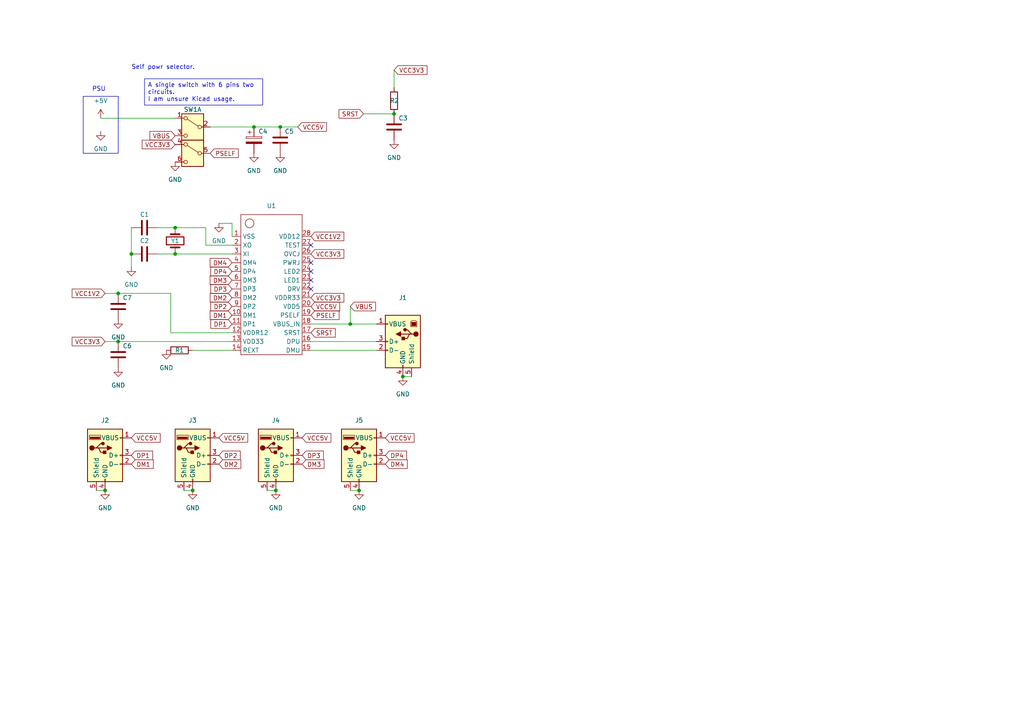
<source format=kicad_sch>
(kicad_sch (version 20230121) (generator eeschema)
  (paper "A4")
  (lib_symbols
    (symbol "Connector:USB_A" (pin_names (offset 1.016))
      (property "Reference" "J" (at -5.08 11.43 0))
      (property "Value" "USB_A" (at -5.08 8.89 0))
      (symbol "USB_A_0_1"
        (rectangle (start -5.08 -7.62) (end 5.08 7.62) (stroke (width 0.254)) (fill (type background)))
        (circle (center -3.81 2.159) (radius 0.635) (stroke (width 0.254)) (fill (type outline)))
        (rectangle (start -1.524 4.826) (end -4.318 5.334) (fill (type outline)))
        (rectangle (start -1.27 4.572) (end -4.572 5.842))
        (circle (center -0.635 3.429) (radius 0.381) (stroke (width 0.254)) (fill (type outline)))
        (rectangle (start -0.127 -7.62) (end 0.127 -6.858))
        (polyline (pts (xy -3.175 2.159) (xy -2.54 2.159) (xy -1.27 3.429) (xy -0.635 3.429)) (stroke (width 0.254)))
        (polyline (pts (xy -2.54 2.159) (xy -1.905 2.159) (xy -1.27 0.889) (xy 0 0.889)) (stroke (width 0.254)))
        (polyline (pts (xy 0.635 2.794) (xy 0.635 1.524) (xy 1.905 2.159) (xy 0.635 2.794)) (stroke (width 0.254)) (fill (type outline)))
        (rectangle (start 0.254 1.27) (end -0.508 0.508) (stroke (width 0.254)) (fill (type outline)))
        (rectangle (start 5.08 -2.667) (end 4.318 -2.413))
        (rectangle (start 5.08 -0.127) (end 4.318 0.127))
        (rectangle (start 5.08 4.953) (end 4.318 5.207))
      )
      (symbol "USB_A_1_1"
        (polyline (pts (xy -1.905 2.159) (xy 0.635 2.159)) (stroke (width 0.254)))
        (pin power_in line (at 7.62 5.08 180) (length 2.54) (name "VBUS") (number "1"))
        (pin bidirectional line (at 7.62 -2.54 180) (length 2.54) (name "D-") (number "2"))
        (pin bidirectional line (at 7.62 0 180) (length 2.54) (name "D+") (number "3"))
        (pin power_in line (at 0 -10.16 90) (length 2.54) (name "GND") (number "4"))
        (pin passive line (at -2.54 -10.16 90) (length 2.54) (name "Shield") (number "5"))
      )
    )
    (symbol "Connector:USB_B" (pin_names (offset 1.016))
      (property "Reference" "J" (at -5.08 11.43 0))
      (property "Value" "USB_B" (at -5.08 8.89 0))
      (symbol "USB_B_0_1"
        (rectangle (start -5.08 -7.62) (end 5.08 7.62) (stroke (width 0.254)) (fill (type background)))
        (circle (center -3.81 2.159) (radius 0.635) (stroke (width 0.254)) (fill (type outline)))
        (rectangle (start -3.81 5.588) (end -2.54 4.572) (fill (type outline)))
        (circle (center -0.635 3.429) (radius 0.381) (stroke (width 0.254)) (fill (type outline)))
        (rectangle (start -0.127 -7.62) (end 0.127 -6.858))
        (polyline (pts (xy -1.905 2.159) (xy 0.635 2.159)) (stroke (width 0.254)))
        (polyline (pts (xy -3.175 2.159) (xy -2.54 2.159) (xy -1.27 3.429) (xy -0.635 3.429)) (stroke (width 0.254)))
        (polyline (pts (xy -2.54 2.159) (xy -1.905 2.159) (xy -1.27 0.889) (xy 0 0.889)) (stroke (width 0.254)))
        (polyline (pts (xy 0.635 2.794) (xy 0.635 1.524) (xy 1.905 2.159) (xy 0.635 2.794)) (stroke (width 0.254)) (fill (type outline)))
        (polyline (pts (xy -4.064 4.318) (xy -2.286 4.318) (xy -2.286 5.715) (xy -2.667 6.096) (xy -3.683 6.096) (xy -4.064 5.715) (xy -4.064 4.318)))
        (rectangle (start 0.254 1.27) (end -0.508 0.508) (stroke (width 0.254)) (fill (type outline)))
        (rectangle (start 5.08 -2.667) (end 4.318 -2.413))
        (rectangle (start 5.08 -0.127) (end 4.318 0.127))
        (rectangle (start 5.08 4.953) (end 4.318 5.207))
      )
      (symbol "USB_B_1_1"
        (pin power_out line (at 7.62 5.08 180) (length 2.54) (name "VBUS") (number "1"))
        (pin bidirectional line (at 7.62 -2.54 180) (length 2.54) (name "D-") (number "2"))
        (pin bidirectional line (at 7.62 0 180) (length 2.54) (name "D+") (number "3"))
        (pin power_out line (at 0 -10.16 90) (length 2.54) (name "GND") (number "4"))
        (pin passive line (at -2.54 -10.16 90) (length 2.54) (name "Shield") (number "5"))
      )
    )
    (symbol "Device:C" (pin_numbers hide) (pin_names (offset 0.254))
      (property "Reference" "C" (at 0.635 2.54 0))
      (property "Value" "C" (at 0.635 -2.54 0))
      (symbol "C_0_1"
        (polyline (pts (xy -2.032 -0.762) (xy 2.032 -0.762)) (stroke (width 0.508)))
        (polyline (pts (xy -2.032 0.762) (xy 2.032 0.762)) (stroke (width 0.508)))
      )
      (symbol "C_1_1"
        (pin passive line (at 0 3.81 270) (length 2.794) (name "~") (number "1"))
        (pin passive line (at 0 -3.81 90) (length 2.794) (name "~") (number "2"))
      )
    )
    (symbol "Device:C_Polarized" (pin_numbers hide) (pin_names (offset 0.254))
      (property "Reference" "C" (at 0.635 2.54 0))
      (property "Value" "C_Polarized" (at 0.635 -2.54 0))
      (symbol "C_Polarized_0_1"
        (rectangle (start -2.286 0.508) (end 2.286 1.016))
        (polyline (pts (xy -1.778 2.286) (xy -0.762 2.286)))
        (polyline (pts (xy -1.27 2.794) (xy -1.27 1.778)))
        (rectangle (start 2.286 -0.508) (end -2.286 -1.016) (fill (type outline)))
      )
      (symbol "C_Polarized_1_1"
        (pin passive line (at 0 3.81 270) (length 2.794) (name "~") (number "1"))
        (pin passive line (at 0 -3.81 90) (length 2.794) (name "~") (number "2"))
      )
    )
    (symbol "Device:Crystal" (pin_numbers hide) (pin_names (offset 1.016) hide)
      (property "Reference" "Y" (at 0 3.81 0))
      (property "Value" "Crystal" (at 0 -3.81 0))
      (symbol "Crystal_0_1"
        (rectangle (start -1.143 2.54) (end 1.143 -2.54) (stroke (width 0.3048)))
        (polyline (pts (xy -2.54 0) (xy -1.905 0)))
        (polyline (pts (xy -1.905 -1.27) (xy -1.905 1.27)) (stroke (width 0.508)))
        (polyline (pts (xy 1.905 -1.27) (xy 1.905 1.27)) (stroke (width 0.508)))
        (polyline (pts (xy 2.54 0) (xy 1.905 0)))
      )
      (symbol "Crystal_1_1"
        (pin passive line (at -3.81 0 0) (length 1.27) (name "1") (number "1"))
        (pin passive line (at 3.81 0 180) (length 1.27) (name "2") (number "2"))
      )
    )
    (symbol "Device:R" (pin_numbers hide) (pin_names (offset 0))
      (property "Reference" "R" (at 2.032 0 90))
      (property "Value" "R" (at 0 0 90))
      (symbol "R_0_1"
        (rectangle (start -1.016 -2.54) (end 1.016 2.54) (stroke (width 0.254)))
      )
      (symbol "R_1_1"
        (pin passive line (at 0 3.81 270) (length 1.27) (name "~") (number "1"))
        (pin passive line (at 0 -3.81 90) (length 1.27) (name "~") (number "2"))
      )
    )
    (symbol "Ore:MA8601"
      (property "Reference" "U" (at 0 0 0))
      (symbol "MA8601_0_1"
        (rectangle (start -8.89 44.45) (end 8.89 3.81))
        (circle (center -6.35 41.91) (radius 1.27))
      )
      (symbol "MA8601_1_1"
        (pin power_in line (at -11.43 38.1 0) (length 2.54) (name "VSS") (number "1"))
        (pin input line (at -11.43 15.24 0) (length 2.54) (name "DM1") (number "10"))
        (pin output line (at -11.43 12.7 0) (length 2.54) (name "DP1") (number "11"))
        (pin power_out line (at -11.43 10.16 0) (length 2.54) (name "VDDR12") (number "12"))
        (pin power_out line (at -11.43 7.62 0) (length 2.54) (name "VDD33") (number "13"))
        (pin input line (at -11.43 5.08 0) (length 2.54) (name "REXT") (number "14"))
        (pin input line (at 11.43 5.08 180) (length 2.54) (name "DMU") (number "15"))
        (pin output line (at 11.43 7.62 180) (length 2.54) (name "DPU") (number "16"))
        (pin input line (at 11.43 10.16 180) (length 2.54) (name "SRST") (number "17"))
        (pin input line (at 11.43 12.7 180) (length 2.54) (name "VBUS_IN") (number "18"))
        (pin bidirectional line (at 11.43 15.24 180) (length 2.54) (name "PSELF") (number "19"))
        (pin output line (at -11.43 35.56 0) (length 2.54) (name "XO") (number "2"))
        (pin power_in line (at 11.43 17.78 180) (length 2.54) (name "VDD5") (number "20"))
        (pin power_out line (at 11.43 20.32 180) (length 2.54) (name "VDDR33") (number "21"))
        (pin bidirectional line (at 11.43 22.86 180) (length 2.54) (name "DRV") (number "22"))
        (pin bidirectional line (at 11.43 25.4 180) (length 2.54) (name "LED1") (number "23"))
        (pin bidirectional line (at 11.43 27.94 180) (length 2.54) (name "LED2") (number "24"))
        (pin bidirectional line (at 11.43 30.48 180) (length 2.54) (name "PWRJ") (number "25"))
        (pin bidirectional line (at 11.43 33.02 180) (length 2.54) (name "OVCJ") (number "26"))
        (pin bidirectional line (at 11.43 35.56 180) (length 2.54) (name "TEST") (number "27"))
        (pin power_in line (at 11.43 38.1 180) (length 2.54) (name "VDD12") (number "28"))
        (pin input line (at -11.43 33.02 0) (length 2.54) (name "XI") (number "3"))
        (pin input line (at -11.43 30.48 0) (length 2.54) (name "DM4") (number "4"))
        (pin output line (at -11.43 27.94 0) (length 2.54) (name "DP4") (number "5"))
        (pin input line (at -11.43 25.4 0) (length 2.54) (name "DM3") (number "6"))
        (pin output line (at -11.43 22.86 0) (length 2.54) (name "DP3") (number "7"))
        (pin input line (at -11.43 20.32 0) (length 2.54) (name "DM2") (number "8"))
        (pin output line (at -11.43 17.78 0) (length 2.54) (name "DP2") (number "9"))
      )
    )
    (symbol "Switch:SW_DPDT_x2" (pin_names (offset 0) hide)
      (property "Reference" "SW" (at 0 5.08 0))
      (property "Value" "SW_DPDT_x2" (at 0 -5.08 0))
      (symbol "SW_DPDT_x2_0_0"
        (circle (center -2.032 0) (radius 0.508))
        (circle (center 2.032 -2.54) (radius 0.508))
      )
      (symbol "SW_DPDT_x2_0_1"
        (rectangle (start -3.175 3.81) (end 3.175 -3.81) (stroke (width 0.254)) (fill (type background)))
        (polyline (pts (xy -1.524 0.254) (xy 1.5748 2.286)))
        (circle (center 2.032 2.54) (radius 0.508))
      )
      (symbol "SW_DPDT_x2_1_1"
        (pin passive line (at 5.08 2.54 180) (length 2.54) (name "A") (number "1"))
        (pin passive line (at -5.08 0 0) (length 2.54) (name "B") (number "2"))
        (pin passive line (at 5.08 -2.54 180) (length 2.54) (name "C") (number "3"))
      )
      (symbol "SW_DPDT_x2_2_1"
        (pin passive line (at 5.08 2.54 180) (length 2.54) (name "A") (number "4"))
        (pin passive line (at -5.08 0 0) (length 2.54) (name "B") (number "5"))
        (pin passive line (at 5.08 -2.54 180) (length 2.54) (name "C") (number "6"))
      )
    )
    (symbol "power:+5V" (power) (pin_names (offset 0))
      (property "Value" "+5V" (at 0 3.556 0))
      (symbol "+5V_0_1"
        (polyline (pts (xy -0.762 1.27) (xy 0 2.54)))
        (polyline (pts (xy 0 0) (xy 0 2.54)))
        (polyline (pts (xy 0 2.54) (xy 0.762 1.27)))
      )
      (symbol "+5V_1_1"
        (pin power_in line (at 0 0 90) (length 0) hide (name "+5V") (number "1"))
      )
    )
    (symbol "power:GND" (power) (pin_names (offset 0))
      (property "Value" "GND" (at 0 -3.81 0))
      (symbol "GND_0_1"
        (polyline (pts (xy 0 0) (xy 0 -1.27) (xy 1.27 -1.27) (xy 0 -2.54) (xy -1.27 -1.27) (xy 0 -1.27)))
      )
      (symbol "GND_1_1"
        (pin power_in line (at 0 0 270) (length 0) hide (name "GND") (number "1"))
      )
    )
  )
  (junction (at 34.29 85.09))
  (junction (at 104.14 142.24))
  (junction (at 101.6 93.98))
  (junction (at 116.84 109.22))
  (junction (at 55.88 142.24))
  (junction (at 38.1 73.66))
  (junction (at 50.8 73.66))
  (junction (at 30.48 142.24))
  (junction (at 81.28 36.83))
  (junction (at 80.01 142.24))
  (junction (at 50.8 66.04))
  (junction (at 34.29 99.06))
  (junction (at 73.66 36.83))
  (junction (at 114.3 33.02))
  (no_connect (at 90.17 76.2))
  (no_connect (at 90.17 78.74))
  (no_connect (at 90.17 83.82))
  (no_connect (at 90.17 71.12))
  (no_connect (at 90.17 81.28))
  (wire (pts (xy 45.72 73.66) (xy 50.8 73.66)))
  (wire (pts (xy 67.31 71.12) (xy 59.69 71.12)))
  (wire (pts (xy 38.1 66.04) (xy 38.1 73.66)))
  (wire (pts (xy 63.5 64.77) (xy 67.31 64.77)))
  (wire (pts (xy 73.66 36.83) (xy 81.28 36.83)))
  (wire (pts (xy 114.3 20.32) (xy 114.3 25.4)))
  (wire (pts (xy 30.48 99.06) (xy 34.29 99.06)))
  (wire (pts (xy 49.53 85.09) (xy 49.53 96.52)))
  (wire (pts (xy 101.6 88.9) (xy 101.6 93.98)))
  (wire (pts (xy 105.41 33.02) (xy 114.3 33.02)))
  (wire (pts (xy 67.31 64.77) (xy 67.31 68.58)))
  (wire (pts (xy 53.34 142.24) (xy 55.88 142.24)))
  (wire (pts (xy 101.6 93.98) (xy 109.22 93.98)))
  (wire (pts (xy 81.28 36.83) (xy 86.36 36.83)))
  (wire (pts (xy 30.48 85.09) (xy 34.29 85.09)))
  (wire (pts (xy 34.29 99.06) (xy 67.31 99.06)))
  (wire (pts (xy 59.69 71.12) (xy 59.69 66.04)))
  (wire (pts (xy 49.53 96.52) (xy 67.31 96.52)))
  (wire (pts (xy 45.72 66.04) (xy 50.8 66.04)))
  (wire (pts (xy 50.8 73.66) (xy 67.31 73.66)))
  (wire (pts (xy 101.6 142.24) (xy 104.14 142.24)))
  (wire (pts (xy 77.47 142.24) (xy 80.01 142.24)))
  (wire (pts (xy 90.17 93.98) (xy 101.6 93.98)))
  (wire (pts (xy 34.29 85.09) (xy 49.53 85.09)))
  (wire (pts (xy 38.1 73.66) (xy 38.1 77.47)))
  (wire (pts (xy 55.88 101.6) (xy 67.31 101.6)))
  (wire (pts (xy 116.84 109.22) (xy 119.38 109.22)))
  (wire (pts (xy 29.21 34.29) (xy 50.8 34.29)))
  (wire (pts (xy 50.8 66.04) (xy 59.69 66.04)))
  (wire (pts (xy 60.96 36.83) (xy 73.66 36.83)))
  (wire (pts (xy 90.17 99.06) (xy 109.22 99.06)))
  (wire (pts (xy 27.94 142.24) (xy 30.48 142.24)))
  (wire (pts (xy 90.17 101.6) (xy 109.22 101.6)))
  (rectangle (start 24.13 27.94) (end 34.29 44.45))
  (text_box "A single switch with 6 pins two circuits.\nI am unsure Kicad usage." (at 41.91 22.86 0) (size 34.29 7.62) (effects (font (size 1.27 1.27)) (justify left top)))
  (text "Self powr selector." (at 38.1 20.32 0) (effects (font (size 1.27 1.27)) (justify left bottom)))
  (text "PSU" (at 26.67 26.67 0) (effects (font (size 1.27 1.27)) (justify left bottom)))
  (global_label "SRST" (shape input) (at 90.17 96.52 0) (property "Intersheetrefs" "${INTERSHEET_REFS}" (effects hide)))
  (global_label "DM3" (shape input) (at 67.31 81.28 180) (property "Intersheetrefs" "${INTERSHEET_REFS}" (effects hide)))
  (global_label "DM4" (shape input) (at 67.31 76.2 180) (property "Intersheetrefs" "${INTERSHEET_REFS}" (effects hide)))
  (global_label "VCC5V" (shape input) (at 86.36 36.83 0) (property "Intersheetrefs" "${INTERSHEET_REFS}" (effects hide)))
  (global_label "DP3" (shape input) (at 67.31 83.82 180) (property "Intersheetrefs" "${INTERSHEET_REFS}" (effects hide)))
  (global_label "DM2" (shape input) (at 67.31 86.36 180) (property "Intersheetrefs" "${INTERSHEET_REFS}" (effects hide)))
  (global_label "VCC3V3" (shape input) (at 90.17 86.36 0) (property "Intersheetrefs" "${INTERSHEET_REFS}" (effects hide)))
  (global_label "VCC3V3" (shape input) (at 90.17 73.66 0) (property "Intersheetrefs" "${INTERSHEET_REFS}" (effects hide)))
  (global_label "VCC3V3" (shape input) (at 50.8 41.91 180) (property "Intersheetrefs" "${INTERSHEET_REFS}" (effects hide)))
  (global_label "DP1" (shape input) (at 38.1 132.08 0) (property "Intersheetrefs" "${INTERSHEET_REFS}" (effects hide)))
  (global_label "SRST" (shape input) (at 105.41 33.02 180) (property "Intersheetrefs" "${INTERSHEET_REFS}" (effects hide)))
  (global_label "DP2" (shape input) (at 67.31 88.9 180) (property "Intersheetrefs" "${INTERSHEET_REFS}" (effects hide)))
  (global_label "DP1" (shape input) (at 67.31 93.98 180) (property "Intersheetrefs" "${INTERSHEET_REFS}" (effects hide)))
  (global_label "DM2" (shape input) (at 63.5 134.62 0) (property "Intersheetrefs" "${INTERSHEET_REFS}" (effects hide)))
  (global_label "VCC5V" (shape input) (at 111.76 127 0) (property "Intersheetrefs" "${INTERSHEET_REFS}" (effects hide)))
  (global_label "VCC5V" (shape input) (at 63.5 127 0) (property "Intersheetrefs" "${INTERSHEET_REFS}" (effects hide)))
  (global_label "VCC5V" (shape input) (at 38.1 127 0) (property "Intersheetrefs" "${INTERSHEET_REFS}" (effects hide)))
  (global_label "VCC5V" (shape input) (at 90.17 88.9 0) (property "Intersheetrefs" "${INTERSHEET_REFS}" (effects hide)))
  (global_label "DP4" (shape input) (at 111.76 132.08 0) (property "Intersheetrefs" "${INTERSHEET_REFS}" (effects hide)))
  (global_label "VCC1V2" (shape input) (at 30.48 85.09 180) (property "Intersheetrefs" "${INTERSHEET_REFS}" (effects hide)))
  (global_label "DP3" (shape input) (at 87.63 132.08 0) (property "Intersheetrefs" "${INTERSHEET_REFS}" (effects hide)))
  (global_label "DM1" (shape input) (at 38.1 134.62 0) (property "Intersheetrefs" "${INTERSHEET_REFS}" (effects hide)))
  (global_label "VCC3V3" (shape input) (at 30.48 99.06 180) (property "Intersheetrefs" "${INTERSHEET_REFS}" (effects hide)))
  (global_label "VCC1V2" (shape input) (at 90.17 68.58 0) (property "Intersheetrefs" "${INTERSHEET_REFS}" (effects hide)))
  (global_label "PSELF" (shape input) (at 60.96 44.45 0) (property "Intersheetrefs" "${INTERSHEET_REFS}" (effects hide)))
  (global_label "PSELF" (shape input) (at 90.17 91.44 0) (property "Intersheetrefs" "${INTERSHEET_REFS}" (effects hide)))
  (global_label "DP4" (shape input) (at 67.31 78.74 180) (property "Intersheetrefs" "${INTERSHEET_REFS}" (effects hide)))
  (global_label "DM3" (shape input) (at 87.63 134.62 0) (property "Intersheetrefs" "${INTERSHEET_REFS}" (effects hide)))
  (global_label "VBUS" (shape input) (at 101.6 88.9 0) (property "Intersheetrefs" "${INTERSHEET_REFS}" (effects hide)))
  (global_label "VCC3V3" (shape input) (at 114.3 20.32 0) (property "Intersheetrefs" "${INTERSHEET_REFS}" (effects hide)))
  (global_label "DM1" (shape input) (at 67.31 91.44 180) (property "Intersheetrefs" "${INTERSHEET_REFS}" (effects hide)))
  (global_label "VBUS" (shape input) (at 50.8 39.37 180) (property "Intersheetrefs" "${INTERSHEET_REFS}" (effects hide)))
  (global_label "VCC5V" (shape input) (at 87.63 127 0) (property "Intersheetrefs" "${INTERSHEET_REFS}" (effects hide)))
  (global_label "DP2" (shape input) (at 63.5 132.08 0) (property "Intersheetrefs" "${INTERSHEET_REFS}" (effects hide)))
  (global_label "DM4" (shape input) (at 111.76 134.62 0) (property "Intersheetrefs" "${INTERSHEET_REFS}" (effects hide)))
  (symbol (lib_id "Device:C") (at 34.29 102.87 0) (unit 1)
    (property "Reference" "C6" (at 35.56 100.33 0) (effects (justify left)))
    (property "Value" "10uF" (effects hide))
  )
  (symbol (lib_id "Switch:SW_DPDT_x2") (at 55.88 44.45 0) (mirror y) (unit 2)
    (property "Reference" "SW1" (effects hide))
    (property "Value" " M-2022NB " (effects hide))
  )
  (symbol (lib_id "Device:R") (at 114.3 29.21 0) (unit 1)
    (property "Reference" "R2" (at 113.03 29.21 0) (effects (justify left)))
    (property "Value" "10k ohm" (effects hide))
  )
  (symbol (lib_id "Device:Crystal") (at 50.8 69.85 90) (unit 1)
    (property "Reference" "Y1" (at 49.53 69.85 90) (effects (justify right)))
    (property "Value" "crystal 12MHz" (effects hide))
  )
  (symbol (lib_id "Device:R") (at 52.07 101.6 90) (unit 1)
    (property "Reference" "R1" (at 52.07 101.6 90))
    (property "Value" "300 ohm" (effects hide))
  )
  (symbol (lib_id "power:GND") (at 34.29 106.68 0) (unit 1)
    (property "Reference" "#PWR015" (effects hide))
    (property "Value" "GND" (at 34.29 111.76 0))
  )
  (symbol (lib_id "power:GND") (at 114.3 40.64 0) (unit 1)
    (property "Reference" "#PWR03" (effects hide))
    (property "Value" "GND" (at 114.3 45.72 0))
  )
  (symbol (lib_id "Connector:USB_A") (at 55.88 132.08 0) (unit 1)
    (property "Reference" "J3" (at 55.88 121.92 0))
    (property "Value" "USB_A femele connector" (effects hide))
    (property "Datasheet" " ~" (effects hide))
  )
  (symbol (lib_id "power:GND") (at 29.21 38.1 0) (unit 1)
    (property "Reference" "#PWR08" (effects hide))
    (property "Value" "GND" (at 29.21 43.18 0))
  )
  (symbol (lib_id "Switch:SW_DPDT_x2") (at 55.88 36.83 0) (mirror y) (unit 1)
    (property "Reference" "SW1" (at 55.88 31.75 0))
    (property "Value" " M-2022NB " (effects hide))
  )
  (symbol (lib_id "Device:C_Polarized") (at 73.66 40.64 0) (unit 1)
    (property "Reference" "C4" (at 74.93 38.1 0) (effects (justify left)))
    (property "Value" "470uF" (effects hide))
  )
  (symbol (lib_id "power:GND") (at 104.14 142.24 0) (unit 1)
    (property "Reference" "#PWR012" (effects hide))
    (property "Value" "GND" (at 104.14 147.32 0))
  )
  (symbol (lib_id "power:GND") (at 34.29 92.71 0) (unit 1)
    (property "Reference" "#PWR016" (effects hide))
    (property "Value" "GND" (at 34.29 97.79 0))
  )
  (symbol (lib_id "power:GND") (at 38.1 77.47 0) (unit 1)
    (property "Reference" "#PWR06" (effects hide))
    (property "Value" "GND" (at 38.1 82.55 0))
  )
  (symbol (lib_id "power:GND") (at 30.48 142.24 0) (unit 1)
    (property "Reference" "#PWR07" (effects hide))
    (property "Value" "GND" (at 30.48 147.32 0))
  )
  (symbol (lib_id "power:GND") (at 116.84 109.22 0) (unit 1)
    (property "Reference" "#PWR01" (effects hide))
    (property "Value" "GND" (at 116.84 114.3 0))
  )
  (symbol (lib_id "Connector:USB_A") (at 30.48 132.08 0) (unit 1)
    (property "Reference" "J2" (at 30.48 121.92 0))
    (property "Value" "USB_A femele connector" (effects hide))
    (property "Datasheet" " ~" (effects hide))
  )
  (symbol (lib_id "Device:C") (at 41.91 73.66 90) (unit 1)
    (property "Reference" "C2" (at 41.91 69.85 90))
    (property "Value" "15pF" (effects hide))
  )
  (symbol (lib_id "power:GND") (at 81.28 44.45 0) (unit 1)
    (property "Reference" "#PWR014" (effects hide))
    (property "Value" "GND" (at 81.28 49.53 0))
  )
  (symbol (lib_id "Ore:MA8601") (at 78.74 106.68 0) (unit 1)
    (property "Reference" "U1" (at 78.74 59.69 0))
    (property "Value" "MA8601" (effects hide))
  )
  (symbol (lib_id "power:GND") (at 50.8 46.99 0) (unit 1)
    (property "Reference" "#PWR09" (effects hide))
    (property "Value" "GND" (at 50.8 52.07 0))
  )
  (symbol (lib_id "Device:C") (at 41.91 66.04 90) (unit 1)
    (property "Reference" "C1" (at 41.91 62.23 90))
    (property "Value" "15pF" (effects hide))
  )
  (symbol (lib_id "power:GND") (at 48.26 101.6 0) (unit 1)
    (property "Reference" "#PWR02" (effects hide))
    (property "Value" "GND" (at 48.26 106.68 0))
  )
  (symbol (lib_id "power:+5V") (at 29.21 34.29 0) (unit 1)
    (property "Reference" "#PWR04" (effects hide))
    (property "Value" "+5V" (at 29.21 29.21 0))
  )
  (symbol (lib_id "Connector:USB_A") (at 104.14 132.08 0) (unit 1)
    (property "Reference" "J5" (at 104.14 121.92 0))
    (property "Value" "USB_A femele connector" (effects hide))
    (property "Datasheet" " ~" (effects hide))
  )
  (symbol (lib_id "power:GND") (at 55.88 142.24 0) (unit 1)
    (property "Reference" "#PWR010" (effects hide))
    (property "Value" "GND" (at 55.88 147.32 0))
  )
  (symbol (lib_id "Device:C") (at 81.28 40.64 0) (unit 1)
    (property "Reference" "C5" (at 82.55 38.1 0) (effects (justify left)))
    (property "Value" "10uF" (effects hide))
  )
  (symbol (lib_id "Connector:USB_B") (at 116.84 99.06 0) (mirror y) (unit 1)
    (property "Reference" "J1" (at 116.84 86.36 0))
    (property "Value" "USB_B Female connector" (effects hide))
    (property "Datasheet" " ~" (effects hide))
  )
  (symbol (lib_id "power:GND") (at 73.66 44.45 0) (unit 1)
    (property "Reference" "#PWR013" (effects hide))
    (property "Value" "GND" (at 73.66 49.53 0))
  )
  (symbol (lib_id "Device:C") (at 114.3 36.83 0) (unit 1)
    (property "Reference" "C3" (at 115.57 34.29 0) (effects (justify left)))
    (property "Value" "1uF" (effects hide))
  )
  (symbol (lib_id "power:GND") (at 80.01 142.24 0) (unit 1)
    (property "Reference" "#PWR011" (effects hide))
    (property "Value" "GND" (at 80.01 147.32 0))
  )
  (symbol (lib_id "Device:C") (at 34.29 88.9 0) (unit 1)
    (property "Reference" "C7" (at 35.56 86.36 0) (effects (justify left)))
    (property "Value" "10uF" (effects hide))
  )
  (symbol (lib_id "power:GND") (at 63.5 64.77 0) (unit 1)
    (property "Reference" "#PWR05" (effects hide))
    (property "Value" "GND" (at 63.5 69.85 0))
  )
  (symbol (lib_id "Connector:USB_A") (at 80.01 132.08 0) (unit 1)
    (property "Reference" "J4" (at 80.01 121.92 0))
    (property "Value" "USB_A femele connector" (effects hide))
    (property "Datasheet" " ~" (effects hide))
  )
)
</source>
